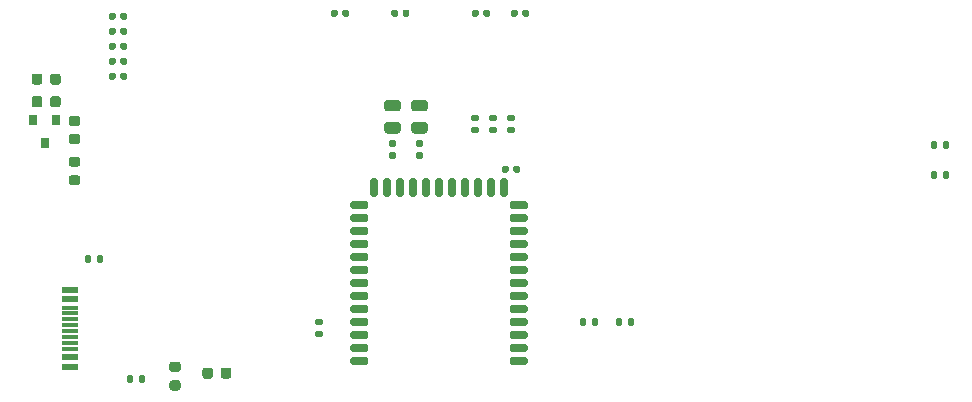
<source format=gtp>
G04 #@! TF.GenerationSoftware,KiCad,Pcbnew,(5.1.10)-1*
G04 #@! TF.CreationDate,2021-10-09T12:44:35+02:00*
G04 #@! TF.ProjectId,AirQualitySensor,41697251-7561-46c6-9974-7953656e736f,rev?*
G04 #@! TF.SameCoordinates,Original*
G04 #@! TF.FileFunction,Paste,Top*
G04 #@! TF.FilePolarity,Positive*
%FSLAX46Y46*%
G04 Gerber Fmt 4.6, Leading zero omitted, Abs format (unit mm)*
G04 Created by KiCad (PCBNEW (5.1.10)-1) date 2021-10-09 12:44:35*
%MOMM*%
%LPD*%
G01*
G04 APERTURE LIST*
%ADD10R,0.800000X0.900000*%
%ADD11R,1.450000X0.600000*%
%ADD12R,1.450000X0.300000*%
G04 APERTURE END LIST*
G36*
G01*
X142436000Y-100949000D02*
X142806000Y-100949000D01*
G75*
G02*
X142941000Y-101084000I0J-135000D01*
G01*
X142941000Y-101354000D01*
G75*
G02*
X142806000Y-101489000I-135000J0D01*
G01*
X142436000Y-101489000D01*
G75*
G02*
X142301000Y-101354000I0J135000D01*
G01*
X142301000Y-101084000D01*
G75*
G02*
X142436000Y-100949000I135000J0D01*
G01*
G37*
G36*
G01*
X142436000Y-99929000D02*
X142806000Y-99929000D01*
G75*
G02*
X142941000Y-100064000I0J-135000D01*
G01*
X142941000Y-100334000D01*
G75*
G02*
X142806000Y-100469000I-135000J0D01*
G01*
X142436000Y-100469000D01*
G75*
G02*
X142301000Y-100334000I0J135000D01*
G01*
X142301000Y-100064000D01*
G75*
G02*
X142436000Y-99929000I135000J0D01*
G01*
G37*
G36*
G01*
X140150000Y-100949000D02*
X140520000Y-100949000D01*
G75*
G02*
X140655000Y-101084000I0J-135000D01*
G01*
X140655000Y-101354000D01*
G75*
G02*
X140520000Y-101489000I-135000J0D01*
G01*
X140150000Y-101489000D01*
G75*
G02*
X140015000Y-101354000I0J135000D01*
G01*
X140015000Y-101084000D01*
G75*
G02*
X140150000Y-100949000I135000J0D01*
G01*
G37*
G36*
G01*
X140150000Y-99929000D02*
X140520000Y-99929000D01*
G75*
G02*
X140655000Y-100064000I0J-135000D01*
G01*
X140655000Y-100334000D01*
G75*
G02*
X140520000Y-100469000I-135000J0D01*
G01*
X140150000Y-100469000D01*
G75*
G02*
X140015000Y-100334000I0J135000D01*
G01*
X140015000Y-100064000D01*
G75*
G02*
X140150000Y-99929000I135000J0D01*
G01*
G37*
G36*
G01*
X142164750Y-98367000D02*
X143077250Y-98367000D01*
G75*
G02*
X143321000Y-98610750I0J-243750D01*
G01*
X143321000Y-99098250D01*
G75*
G02*
X143077250Y-99342000I-243750J0D01*
G01*
X142164750Y-99342000D01*
G75*
G02*
X141921000Y-99098250I0J243750D01*
G01*
X141921000Y-98610750D01*
G75*
G02*
X142164750Y-98367000I243750J0D01*
G01*
G37*
G36*
G01*
X142164750Y-96492000D02*
X143077250Y-96492000D01*
G75*
G02*
X143321000Y-96735750I0J-243750D01*
G01*
X143321000Y-97223250D01*
G75*
G02*
X143077250Y-97467000I-243750J0D01*
G01*
X142164750Y-97467000D01*
G75*
G02*
X141921000Y-97223250I0J243750D01*
G01*
X141921000Y-96735750D01*
G75*
G02*
X142164750Y-96492000I243750J0D01*
G01*
G37*
G36*
G01*
X139878750Y-98367000D02*
X140791250Y-98367000D01*
G75*
G02*
X141035000Y-98610750I0J-243750D01*
G01*
X141035000Y-99098250D01*
G75*
G02*
X140791250Y-99342000I-243750J0D01*
G01*
X139878750Y-99342000D01*
G75*
G02*
X139635000Y-99098250I0J243750D01*
G01*
X139635000Y-98610750D01*
G75*
G02*
X139878750Y-98367000I243750J0D01*
G01*
G37*
G36*
G01*
X139878750Y-96492000D02*
X140791250Y-96492000D01*
G75*
G02*
X141035000Y-96735750I0J-243750D01*
G01*
X141035000Y-97223250D01*
G75*
G02*
X140791250Y-97467000I-243750J0D01*
G01*
X139878750Y-97467000D01*
G75*
G02*
X139635000Y-97223250I0J243750D01*
G01*
X139635000Y-96735750D01*
G75*
G02*
X139878750Y-96492000I243750J0D01*
G01*
G37*
G36*
G01*
X157212000Y-115501000D02*
X157212000Y-115131000D01*
G75*
G02*
X157347000Y-114996000I135000J0D01*
G01*
X157617000Y-114996000D01*
G75*
G02*
X157752000Y-115131000I0J-135000D01*
G01*
X157752000Y-115501000D01*
G75*
G02*
X157617000Y-115636000I-135000J0D01*
G01*
X157347000Y-115636000D01*
G75*
G02*
X157212000Y-115501000I0J135000D01*
G01*
G37*
G36*
G01*
X156192000Y-115501000D02*
X156192000Y-115131000D01*
G75*
G02*
X156327000Y-114996000I135000J0D01*
G01*
X156597000Y-114996000D01*
G75*
G02*
X156732000Y-115131000I0J-135000D01*
G01*
X156732000Y-115501000D01*
G75*
G02*
X156597000Y-115636000I-135000J0D01*
G01*
X156327000Y-115636000D01*
G75*
G02*
X156192000Y-115501000I0J135000D01*
G01*
G37*
G36*
G01*
X160262000Y-115501000D02*
X160262000Y-115131000D01*
G75*
G02*
X160397000Y-114996000I135000J0D01*
G01*
X160667000Y-114996000D01*
G75*
G02*
X160802000Y-115131000I0J-135000D01*
G01*
X160802000Y-115501000D01*
G75*
G02*
X160667000Y-115636000I-135000J0D01*
G01*
X160397000Y-115636000D01*
G75*
G02*
X160262000Y-115501000I0J135000D01*
G01*
G37*
G36*
G01*
X159242000Y-115501000D02*
X159242000Y-115131000D01*
G75*
G02*
X159377000Y-114996000I135000J0D01*
G01*
X159647000Y-114996000D01*
G75*
G02*
X159782000Y-115131000I0J-135000D01*
G01*
X159782000Y-115501000D01*
G75*
G02*
X159647000Y-115636000I-135000J0D01*
G01*
X159377000Y-115636000D01*
G75*
G02*
X159242000Y-115501000I0J135000D01*
G01*
G37*
G36*
G01*
X147135000Y-98792000D02*
X147505000Y-98792000D01*
G75*
G02*
X147640000Y-98927000I0J-135000D01*
G01*
X147640000Y-99197000D01*
G75*
G02*
X147505000Y-99332000I-135000J0D01*
G01*
X147135000Y-99332000D01*
G75*
G02*
X147000000Y-99197000I0J135000D01*
G01*
X147000000Y-98927000D01*
G75*
G02*
X147135000Y-98792000I135000J0D01*
G01*
G37*
G36*
G01*
X147135000Y-97772000D02*
X147505000Y-97772000D01*
G75*
G02*
X147640000Y-97907000I0J-135000D01*
G01*
X147640000Y-98177000D01*
G75*
G02*
X147505000Y-98312000I-135000J0D01*
G01*
X147135000Y-98312000D01*
G75*
G02*
X147000000Y-98177000I0J135000D01*
G01*
X147000000Y-97907000D01*
G75*
G02*
X147135000Y-97772000I135000J0D01*
G01*
G37*
G36*
G01*
X148659000Y-98792000D02*
X149029000Y-98792000D01*
G75*
G02*
X149164000Y-98927000I0J-135000D01*
G01*
X149164000Y-99197000D01*
G75*
G02*
X149029000Y-99332000I-135000J0D01*
G01*
X148659000Y-99332000D01*
G75*
G02*
X148524000Y-99197000I0J135000D01*
G01*
X148524000Y-98927000D01*
G75*
G02*
X148659000Y-98792000I135000J0D01*
G01*
G37*
G36*
G01*
X148659000Y-97772000D02*
X149029000Y-97772000D01*
G75*
G02*
X149164000Y-97907000I0J-135000D01*
G01*
X149164000Y-98177000D01*
G75*
G02*
X149029000Y-98312000I-135000J0D01*
G01*
X148659000Y-98312000D01*
G75*
G02*
X148524000Y-98177000I0J135000D01*
G01*
X148524000Y-97907000D01*
G75*
G02*
X148659000Y-97772000I135000J0D01*
G01*
G37*
G36*
G01*
X150183000Y-98792000D02*
X150553000Y-98792000D01*
G75*
G02*
X150688000Y-98927000I0J-135000D01*
G01*
X150688000Y-99197000D01*
G75*
G02*
X150553000Y-99332000I-135000J0D01*
G01*
X150183000Y-99332000D01*
G75*
G02*
X150048000Y-99197000I0J135000D01*
G01*
X150048000Y-98927000D01*
G75*
G02*
X150183000Y-98792000I135000J0D01*
G01*
G37*
G36*
G01*
X150183000Y-97772000D02*
X150553000Y-97772000D01*
G75*
G02*
X150688000Y-97907000I0J-135000D01*
G01*
X150688000Y-98177000D01*
G75*
G02*
X150553000Y-98312000I-135000J0D01*
G01*
X150183000Y-98312000D01*
G75*
G02*
X150048000Y-98177000I0J135000D01*
G01*
X150048000Y-97907000D01*
G75*
G02*
X150183000Y-97772000I135000J0D01*
G01*
G37*
G36*
G01*
X150930000Y-88984000D02*
X150930000Y-89324000D01*
G75*
G02*
X150790000Y-89464000I-140000J0D01*
G01*
X150510000Y-89464000D01*
G75*
G02*
X150370000Y-89324000I0J140000D01*
G01*
X150370000Y-88984000D01*
G75*
G02*
X150510000Y-88844000I140000J0D01*
G01*
X150790000Y-88844000D01*
G75*
G02*
X150930000Y-88984000I0J-140000D01*
G01*
G37*
G36*
G01*
X151890000Y-88984000D02*
X151890000Y-89324000D01*
G75*
G02*
X151750000Y-89464000I-140000J0D01*
G01*
X151470000Y-89464000D01*
G75*
G02*
X151330000Y-89324000I0J140000D01*
G01*
X151330000Y-88984000D01*
G75*
G02*
X151470000Y-88844000I140000J0D01*
G01*
X151750000Y-88844000D01*
G75*
G02*
X151890000Y-88984000I0J-140000D01*
G01*
G37*
G36*
G01*
X116894000Y-89238000D02*
X116894000Y-89578000D01*
G75*
G02*
X116754000Y-89718000I-140000J0D01*
G01*
X116474000Y-89718000D01*
G75*
G02*
X116334000Y-89578000I0J140000D01*
G01*
X116334000Y-89238000D01*
G75*
G02*
X116474000Y-89098000I140000J0D01*
G01*
X116754000Y-89098000D01*
G75*
G02*
X116894000Y-89238000I0J-140000D01*
G01*
G37*
G36*
G01*
X117854000Y-89238000D02*
X117854000Y-89578000D01*
G75*
G02*
X117714000Y-89718000I-140000J0D01*
G01*
X117434000Y-89718000D01*
G75*
G02*
X117294000Y-89578000I0J140000D01*
G01*
X117294000Y-89238000D01*
G75*
G02*
X117434000Y-89098000I140000J0D01*
G01*
X117714000Y-89098000D01*
G75*
G02*
X117854000Y-89238000I0J-140000D01*
G01*
G37*
G36*
G01*
X147628000Y-88984000D02*
X147628000Y-89324000D01*
G75*
G02*
X147488000Y-89464000I-140000J0D01*
G01*
X147208000Y-89464000D01*
G75*
G02*
X147068000Y-89324000I0J140000D01*
G01*
X147068000Y-88984000D01*
G75*
G02*
X147208000Y-88844000I140000J0D01*
G01*
X147488000Y-88844000D01*
G75*
G02*
X147628000Y-88984000I0J-140000D01*
G01*
G37*
G36*
G01*
X148588000Y-88984000D02*
X148588000Y-89324000D01*
G75*
G02*
X148448000Y-89464000I-140000J0D01*
G01*
X148168000Y-89464000D01*
G75*
G02*
X148028000Y-89324000I0J140000D01*
G01*
X148028000Y-88984000D01*
G75*
G02*
X148168000Y-88844000I140000J0D01*
G01*
X148448000Y-88844000D01*
G75*
G02*
X148588000Y-88984000I0J-140000D01*
G01*
G37*
G36*
G01*
X116894000Y-90508000D02*
X116894000Y-90848000D01*
G75*
G02*
X116754000Y-90988000I-140000J0D01*
G01*
X116474000Y-90988000D01*
G75*
G02*
X116334000Y-90848000I0J140000D01*
G01*
X116334000Y-90508000D01*
G75*
G02*
X116474000Y-90368000I140000J0D01*
G01*
X116754000Y-90368000D01*
G75*
G02*
X116894000Y-90508000I0J-140000D01*
G01*
G37*
G36*
G01*
X117854000Y-90508000D02*
X117854000Y-90848000D01*
G75*
G02*
X117714000Y-90988000I-140000J0D01*
G01*
X117434000Y-90988000D01*
G75*
G02*
X117294000Y-90848000I0J140000D01*
G01*
X117294000Y-90508000D01*
G75*
G02*
X117434000Y-90368000I140000J0D01*
G01*
X117714000Y-90368000D01*
G75*
G02*
X117854000Y-90508000I0J-140000D01*
G01*
G37*
G36*
G01*
X116894000Y-91778000D02*
X116894000Y-92118000D01*
G75*
G02*
X116754000Y-92258000I-140000J0D01*
G01*
X116474000Y-92258000D01*
G75*
G02*
X116334000Y-92118000I0J140000D01*
G01*
X116334000Y-91778000D01*
G75*
G02*
X116474000Y-91638000I140000J0D01*
G01*
X116754000Y-91638000D01*
G75*
G02*
X116894000Y-91778000I0J-140000D01*
G01*
G37*
G36*
G01*
X117854000Y-91778000D02*
X117854000Y-92118000D01*
G75*
G02*
X117714000Y-92258000I-140000J0D01*
G01*
X117434000Y-92258000D01*
G75*
G02*
X117294000Y-92118000I0J140000D01*
G01*
X117294000Y-91778000D01*
G75*
G02*
X117434000Y-91638000I140000J0D01*
G01*
X117714000Y-91638000D01*
G75*
G02*
X117854000Y-91778000I0J-140000D01*
G01*
G37*
G36*
G01*
X140798000Y-88984000D02*
X140798000Y-89324000D01*
G75*
G02*
X140658000Y-89464000I-140000J0D01*
G01*
X140378000Y-89464000D01*
G75*
G02*
X140238000Y-89324000I0J140000D01*
G01*
X140238000Y-88984000D01*
G75*
G02*
X140378000Y-88844000I140000J0D01*
G01*
X140658000Y-88844000D01*
G75*
G02*
X140798000Y-88984000I0J-140000D01*
G01*
G37*
G36*
G01*
X141758000Y-88984000D02*
X141758000Y-89324000D01*
G75*
G02*
X141618000Y-89464000I-140000J0D01*
G01*
X141338000Y-89464000D01*
G75*
G02*
X141198000Y-89324000I0J140000D01*
G01*
X141198000Y-88984000D01*
G75*
G02*
X141338000Y-88844000I140000J0D01*
G01*
X141618000Y-88844000D01*
G75*
G02*
X141758000Y-88984000I0J-140000D01*
G01*
G37*
G36*
G01*
X116894000Y-93048000D02*
X116894000Y-93388000D01*
G75*
G02*
X116754000Y-93528000I-140000J0D01*
G01*
X116474000Y-93528000D01*
G75*
G02*
X116334000Y-93388000I0J140000D01*
G01*
X116334000Y-93048000D01*
G75*
G02*
X116474000Y-92908000I140000J0D01*
G01*
X116754000Y-92908000D01*
G75*
G02*
X116894000Y-93048000I0J-140000D01*
G01*
G37*
G36*
G01*
X117854000Y-93048000D02*
X117854000Y-93388000D01*
G75*
G02*
X117714000Y-93528000I-140000J0D01*
G01*
X117434000Y-93528000D01*
G75*
G02*
X117294000Y-93388000I0J140000D01*
G01*
X117294000Y-93048000D01*
G75*
G02*
X117434000Y-92908000I140000J0D01*
G01*
X117714000Y-92908000D01*
G75*
G02*
X117854000Y-93048000I0J-140000D01*
G01*
G37*
G36*
G01*
X136650000Y-88984000D02*
X136650000Y-89324000D01*
G75*
G02*
X136510000Y-89464000I-140000J0D01*
G01*
X136230000Y-89464000D01*
G75*
G02*
X136090000Y-89324000I0J140000D01*
G01*
X136090000Y-88984000D01*
G75*
G02*
X136230000Y-88844000I140000J0D01*
G01*
X136510000Y-88844000D01*
G75*
G02*
X136650000Y-88984000I0J-140000D01*
G01*
G37*
G36*
G01*
X135690000Y-88984000D02*
X135690000Y-89324000D01*
G75*
G02*
X135550000Y-89464000I-140000J0D01*
G01*
X135270000Y-89464000D01*
G75*
G02*
X135130000Y-89324000I0J140000D01*
G01*
X135130000Y-88984000D01*
G75*
G02*
X135270000Y-88844000I140000J0D01*
G01*
X135550000Y-88844000D01*
G75*
G02*
X135690000Y-88984000I0J-140000D01*
G01*
G37*
G36*
G01*
X116894000Y-94318000D02*
X116894000Y-94658000D01*
G75*
G02*
X116754000Y-94798000I-140000J0D01*
G01*
X116474000Y-94798000D01*
G75*
G02*
X116334000Y-94658000I0J140000D01*
G01*
X116334000Y-94318000D01*
G75*
G02*
X116474000Y-94178000I140000J0D01*
G01*
X116754000Y-94178000D01*
G75*
G02*
X116894000Y-94318000I0J-140000D01*
G01*
G37*
G36*
G01*
X117854000Y-94318000D02*
X117854000Y-94658000D01*
G75*
G02*
X117714000Y-94798000I-140000J0D01*
G01*
X117434000Y-94798000D01*
G75*
G02*
X117294000Y-94658000I0J140000D01*
G01*
X117294000Y-94318000D01*
G75*
G02*
X117434000Y-94178000I140000J0D01*
G01*
X117714000Y-94178000D01*
G75*
G02*
X117854000Y-94318000I0J-140000D01*
G01*
G37*
G36*
G01*
X134297000Y-115584000D02*
X133927000Y-115584000D01*
G75*
G02*
X133792000Y-115449000I0J135000D01*
G01*
X133792000Y-115179000D01*
G75*
G02*
X133927000Y-115044000I135000J0D01*
G01*
X134297000Y-115044000D01*
G75*
G02*
X134432000Y-115179000I0J-135000D01*
G01*
X134432000Y-115449000D01*
G75*
G02*
X134297000Y-115584000I-135000J0D01*
G01*
G37*
G36*
G01*
X134297000Y-116604000D02*
X133927000Y-116604000D01*
G75*
G02*
X133792000Y-116469000I0J135000D01*
G01*
X133792000Y-116199000D01*
G75*
G02*
X133927000Y-116064000I135000J0D01*
G01*
X134297000Y-116064000D01*
G75*
G02*
X134432000Y-116199000I0J-135000D01*
G01*
X134432000Y-116469000D01*
G75*
G02*
X134297000Y-116604000I-135000J0D01*
G01*
G37*
G36*
G01*
X186450000Y-100145000D02*
X186450000Y-100515000D01*
G75*
G02*
X186315000Y-100650000I-135000J0D01*
G01*
X186045000Y-100650000D01*
G75*
G02*
X185910000Y-100515000I0J135000D01*
G01*
X185910000Y-100145000D01*
G75*
G02*
X186045000Y-100010000I135000J0D01*
G01*
X186315000Y-100010000D01*
G75*
G02*
X186450000Y-100145000I0J-135000D01*
G01*
G37*
G36*
G01*
X187470000Y-100145000D02*
X187470000Y-100515000D01*
G75*
G02*
X187335000Y-100650000I-135000J0D01*
G01*
X187065000Y-100650000D01*
G75*
G02*
X186930000Y-100515000I0J135000D01*
G01*
X186930000Y-100145000D01*
G75*
G02*
X187065000Y-100010000I135000J0D01*
G01*
X187335000Y-100010000D01*
G75*
G02*
X187470000Y-100145000I0J-135000D01*
G01*
G37*
G36*
G01*
X186450000Y-102685000D02*
X186450000Y-103055000D01*
G75*
G02*
X186315000Y-103190000I-135000J0D01*
G01*
X186045000Y-103190000D01*
G75*
G02*
X185910000Y-103055000I0J135000D01*
G01*
X185910000Y-102685000D01*
G75*
G02*
X186045000Y-102550000I135000J0D01*
G01*
X186315000Y-102550000D01*
G75*
G02*
X186450000Y-102685000I0J-135000D01*
G01*
G37*
G36*
G01*
X187470000Y-102685000D02*
X187470000Y-103055000D01*
G75*
G02*
X187335000Y-103190000I-135000J0D01*
G01*
X187065000Y-103190000D01*
G75*
G02*
X186930000Y-103055000I0J135000D01*
G01*
X186930000Y-102685000D01*
G75*
G02*
X187065000Y-102550000I135000J0D01*
G01*
X187335000Y-102550000D01*
G75*
G02*
X187470000Y-102685000I0J-135000D01*
G01*
G37*
G36*
G01*
X150168000Y-102192000D02*
X150168000Y-102532000D01*
G75*
G02*
X150028000Y-102672000I-140000J0D01*
G01*
X149748000Y-102672000D01*
G75*
G02*
X149608000Y-102532000I0J140000D01*
G01*
X149608000Y-102192000D01*
G75*
G02*
X149748000Y-102052000I140000J0D01*
G01*
X150028000Y-102052000D01*
G75*
G02*
X150168000Y-102192000I0J-140000D01*
G01*
G37*
G36*
G01*
X151128000Y-102192000D02*
X151128000Y-102532000D01*
G75*
G02*
X150988000Y-102672000I-140000J0D01*
G01*
X150708000Y-102672000D01*
G75*
G02*
X150568000Y-102532000I0J140000D01*
G01*
X150568000Y-102192000D01*
G75*
G02*
X150708000Y-102052000I140000J0D01*
G01*
X150988000Y-102052000D01*
G75*
G02*
X151128000Y-102192000I0J-140000D01*
G01*
G37*
D10*
X110871000Y-100187000D03*
X109921000Y-98187000D03*
X111821000Y-98187000D03*
G36*
G01*
X118858000Y-120327000D02*
X118858000Y-119957000D01*
G75*
G02*
X118993000Y-119822000I135000J0D01*
G01*
X119263000Y-119822000D01*
G75*
G02*
X119398000Y-119957000I0J-135000D01*
G01*
X119398000Y-120327000D01*
G75*
G02*
X119263000Y-120462000I-135000J0D01*
G01*
X118993000Y-120462000D01*
G75*
G02*
X118858000Y-120327000I0J135000D01*
G01*
G37*
G36*
G01*
X117838000Y-120327000D02*
X117838000Y-119957000D01*
G75*
G02*
X117973000Y-119822000I135000J0D01*
G01*
X118243000Y-119822000D01*
G75*
G02*
X118378000Y-119957000I0J-135000D01*
G01*
X118378000Y-120327000D01*
G75*
G02*
X118243000Y-120462000I-135000J0D01*
G01*
X117973000Y-120462000D01*
G75*
G02*
X117838000Y-120327000I0J135000D01*
G01*
G37*
G36*
G01*
X115302000Y-110167000D02*
X115302000Y-109797000D01*
G75*
G02*
X115437000Y-109662000I135000J0D01*
G01*
X115707000Y-109662000D01*
G75*
G02*
X115842000Y-109797000I0J-135000D01*
G01*
X115842000Y-110167000D01*
G75*
G02*
X115707000Y-110302000I-135000J0D01*
G01*
X115437000Y-110302000D01*
G75*
G02*
X115302000Y-110167000I0J135000D01*
G01*
G37*
G36*
G01*
X114282000Y-110167000D02*
X114282000Y-109797000D01*
G75*
G02*
X114417000Y-109662000I135000J0D01*
G01*
X114687000Y-109662000D01*
G75*
G02*
X114822000Y-109797000I0J-135000D01*
G01*
X114822000Y-110167000D01*
G75*
G02*
X114687000Y-110302000I-135000J0D01*
G01*
X114417000Y-110302000D01*
G75*
G02*
X114282000Y-110167000I0J135000D01*
G01*
G37*
D11*
X113011000Y-119074000D03*
X113011000Y-118274000D03*
X113011000Y-113374000D03*
X113011000Y-112574000D03*
X113011000Y-112574000D03*
X113011000Y-113374000D03*
X113011000Y-118274000D03*
X113011000Y-119074000D03*
D12*
X113011000Y-114074000D03*
X113011000Y-114574000D03*
X113011000Y-115074000D03*
X113011000Y-116074000D03*
X113011000Y-116574000D03*
X113011000Y-117074000D03*
X113011000Y-117574000D03*
X113011000Y-115574000D03*
G36*
G01*
X113154750Y-102864500D02*
X113667250Y-102864500D01*
G75*
G02*
X113886000Y-103083250I0J-218750D01*
G01*
X113886000Y-103520750D01*
G75*
G02*
X113667250Y-103739500I-218750J0D01*
G01*
X113154750Y-103739500D01*
G75*
G02*
X112936000Y-103520750I0J218750D01*
G01*
X112936000Y-103083250D01*
G75*
G02*
X113154750Y-102864500I218750J0D01*
G01*
G37*
G36*
G01*
X113154750Y-101289500D02*
X113667250Y-101289500D01*
G75*
G02*
X113886000Y-101508250I0J-218750D01*
G01*
X113886000Y-101945750D01*
G75*
G02*
X113667250Y-102164500I-218750J0D01*
G01*
X113154750Y-102164500D01*
G75*
G02*
X112936000Y-101945750I0J218750D01*
G01*
X112936000Y-101508250D01*
G75*
G02*
X113154750Y-101289500I218750J0D01*
G01*
G37*
G36*
G01*
X121663750Y-120238000D02*
X122176250Y-120238000D01*
G75*
G02*
X122395000Y-120456750I0J-218750D01*
G01*
X122395000Y-120894250D01*
G75*
G02*
X122176250Y-121113000I-218750J0D01*
G01*
X121663750Y-121113000D01*
G75*
G02*
X121445000Y-120894250I0J218750D01*
G01*
X121445000Y-120456750D01*
G75*
G02*
X121663750Y-120238000I218750J0D01*
G01*
G37*
G36*
G01*
X121663750Y-118663000D02*
X122176250Y-118663000D01*
G75*
G02*
X122395000Y-118881750I0J-218750D01*
G01*
X122395000Y-119319250D01*
G75*
G02*
X122176250Y-119538000I-218750J0D01*
G01*
X121663750Y-119538000D01*
G75*
G02*
X121445000Y-119319250I0J218750D01*
G01*
X121445000Y-118881750D01*
G75*
G02*
X121663750Y-118663000I218750J0D01*
G01*
G37*
G36*
G01*
X110686000Y-94492000D02*
X110686000Y-94992000D01*
G75*
G02*
X110461000Y-95217000I-225000J0D01*
G01*
X110011000Y-95217000D01*
G75*
G02*
X109786000Y-94992000I0J225000D01*
G01*
X109786000Y-94492000D01*
G75*
G02*
X110011000Y-94267000I225000J0D01*
G01*
X110461000Y-94267000D01*
G75*
G02*
X110686000Y-94492000I0J-225000D01*
G01*
G37*
G36*
G01*
X112236000Y-94492000D02*
X112236000Y-94992000D01*
G75*
G02*
X112011000Y-95217000I-225000J0D01*
G01*
X111561000Y-95217000D01*
G75*
G02*
X111336000Y-94992000I0J225000D01*
G01*
X111336000Y-94492000D01*
G75*
G02*
X111561000Y-94267000I225000J0D01*
G01*
X112011000Y-94267000D01*
G75*
G02*
X112236000Y-94492000I0J-225000D01*
G01*
G37*
G36*
G01*
X125788000Y-119884000D02*
X125788000Y-119384000D01*
G75*
G02*
X126013000Y-119159000I225000J0D01*
G01*
X126463000Y-119159000D01*
G75*
G02*
X126688000Y-119384000I0J-225000D01*
G01*
X126688000Y-119884000D01*
G75*
G02*
X126463000Y-120109000I-225000J0D01*
G01*
X126013000Y-120109000D01*
G75*
G02*
X125788000Y-119884000I0J225000D01*
G01*
G37*
G36*
G01*
X124238000Y-119884000D02*
X124238000Y-119384000D01*
G75*
G02*
X124463000Y-119159000I225000J0D01*
G01*
X124913000Y-119159000D01*
G75*
G02*
X125138000Y-119384000I0J-225000D01*
G01*
X125138000Y-119884000D01*
G75*
G02*
X124913000Y-120109000I-225000J0D01*
G01*
X124463000Y-120109000D01*
G75*
G02*
X124238000Y-119884000I0J225000D01*
G01*
G37*
G36*
G01*
X110686000Y-96397000D02*
X110686000Y-96897000D01*
G75*
G02*
X110461000Y-97122000I-225000J0D01*
G01*
X110011000Y-97122000D01*
G75*
G02*
X109786000Y-96897000I0J225000D01*
G01*
X109786000Y-96397000D01*
G75*
G02*
X110011000Y-96172000I225000J0D01*
G01*
X110461000Y-96172000D01*
G75*
G02*
X110686000Y-96397000I0J-225000D01*
G01*
G37*
G36*
G01*
X112236000Y-96397000D02*
X112236000Y-96897000D01*
G75*
G02*
X112011000Y-97122000I-225000J0D01*
G01*
X111561000Y-97122000D01*
G75*
G02*
X111336000Y-96897000I0J225000D01*
G01*
X111336000Y-96397000D01*
G75*
G02*
X111561000Y-96172000I225000J0D01*
G01*
X112011000Y-96172000D01*
G75*
G02*
X112236000Y-96397000I0J-225000D01*
G01*
G37*
G36*
G01*
X113161000Y-99372000D02*
X113661000Y-99372000D01*
G75*
G02*
X113886000Y-99597000I0J-225000D01*
G01*
X113886000Y-100047000D01*
G75*
G02*
X113661000Y-100272000I-225000J0D01*
G01*
X113161000Y-100272000D01*
G75*
G02*
X112936000Y-100047000I0J225000D01*
G01*
X112936000Y-99597000D01*
G75*
G02*
X113161000Y-99372000I225000J0D01*
G01*
G37*
G36*
G01*
X113161000Y-97822000D02*
X113661000Y-97822000D01*
G75*
G02*
X113886000Y-98047000I0J-225000D01*
G01*
X113886000Y-98497000D01*
G75*
G02*
X113661000Y-98722000I-225000J0D01*
G01*
X113161000Y-98722000D01*
G75*
G02*
X112936000Y-98497000I0J225000D01*
G01*
X112936000Y-98047000D01*
G75*
G02*
X113161000Y-97822000I225000J0D01*
G01*
G37*
G36*
G01*
X138604500Y-103149000D02*
X138939500Y-103149000D01*
G75*
G02*
X139107000Y-103316500I0J-167500D01*
G01*
X139107000Y-104511500D01*
G75*
G02*
X138939500Y-104679000I-167500J0D01*
G01*
X138604500Y-104679000D01*
G75*
G02*
X138437000Y-104511500I0J167500D01*
G01*
X138437000Y-103316500D01*
G75*
G02*
X138604500Y-103149000I167500J0D01*
G01*
G37*
G36*
G01*
X139704500Y-103149000D02*
X140039500Y-103149000D01*
G75*
G02*
X140207000Y-103316500I0J-167500D01*
G01*
X140207000Y-104511500D01*
G75*
G02*
X140039500Y-104679000I-167500J0D01*
G01*
X139704500Y-104679000D01*
G75*
G02*
X139537000Y-104511500I0J167500D01*
G01*
X139537000Y-103316500D01*
G75*
G02*
X139704500Y-103149000I167500J0D01*
G01*
G37*
G36*
G01*
X140804500Y-103149000D02*
X141139500Y-103149000D01*
G75*
G02*
X141307000Y-103316500I0J-167500D01*
G01*
X141307000Y-104511500D01*
G75*
G02*
X141139500Y-104679000I-167500J0D01*
G01*
X140804500Y-104679000D01*
G75*
G02*
X140637000Y-104511500I0J167500D01*
G01*
X140637000Y-103316500D01*
G75*
G02*
X140804500Y-103149000I167500J0D01*
G01*
G37*
G36*
G01*
X141904500Y-103149000D02*
X142239500Y-103149000D01*
G75*
G02*
X142407000Y-103316500I0J-167500D01*
G01*
X142407000Y-104511500D01*
G75*
G02*
X142239500Y-104679000I-167500J0D01*
G01*
X141904500Y-104679000D01*
G75*
G02*
X141737000Y-104511500I0J167500D01*
G01*
X141737000Y-103316500D01*
G75*
G02*
X141904500Y-103149000I167500J0D01*
G01*
G37*
G36*
G01*
X143004500Y-103149000D02*
X143339500Y-103149000D01*
G75*
G02*
X143507000Y-103316500I0J-167500D01*
G01*
X143507000Y-104511500D01*
G75*
G02*
X143339500Y-104679000I-167500J0D01*
G01*
X143004500Y-104679000D01*
G75*
G02*
X142837000Y-104511500I0J167500D01*
G01*
X142837000Y-103316500D01*
G75*
G02*
X143004500Y-103149000I167500J0D01*
G01*
G37*
G36*
G01*
X149604500Y-103149000D02*
X149939500Y-103149000D01*
G75*
G02*
X150107000Y-103316500I0J-167500D01*
G01*
X150107000Y-104511500D01*
G75*
G02*
X149939500Y-104679000I-167500J0D01*
G01*
X149604500Y-104679000D01*
G75*
G02*
X149437000Y-104511500I0J167500D01*
G01*
X149437000Y-103316500D01*
G75*
G02*
X149604500Y-103149000I167500J0D01*
G01*
G37*
G36*
G01*
X148504500Y-103149000D02*
X148839500Y-103149000D01*
G75*
G02*
X149007000Y-103316500I0J-167500D01*
G01*
X149007000Y-104511500D01*
G75*
G02*
X148839500Y-104679000I-167500J0D01*
G01*
X148504500Y-104679000D01*
G75*
G02*
X148337000Y-104511500I0J167500D01*
G01*
X148337000Y-103316500D01*
G75*
G02*
X148504500Y-103149000I167500J0D01*
G01*
G37*
G36*
G01*
X147404500Y-103149000D02*
X147739500Y-103149000D01*
G75*
G02*
X147907000Y-103316500I0J-167500D01*
G01*
X147907000Y-104511500D01*
G75*
G02*
X147739500Y-104679000I-167500J0D01*
G01*
X147404500Y-104679000D01*
G75*
G02*
X147237000Y-104511500I0J167500D01*
G01*
X147237000Y-103316500D01*
G75*
G02*
X147404500Y-103149000I167500J0D01*
G01*
G37*
G36*
G01*
X146304500Y-103149000D02*
X146639500Y-103149000D01*
G75*
G02*
X146807000Y-103316500I0J-167500D01*
G01*
X146807000Y-104511500D01*
G75*
G02*
X146639500Y-104679000I-167500J0D01*
G01*
X146304500Y-104679000D01*
G75*
G02*
X146137000Y-104511500I0J167500D01*
G01*
X146137000Y-103316500D01*
G75*
G02*
X146304500Y-103149000I167500J0D01*
G01*
G37*
G36*
G01*
X145204500Y-103149000D02*
X145539500Y-103149000D01*
G75*
G02*
X145707000Y-103316500I0J-167500D01*
G01*
X145707000Y-104511500D01*
G75*
G02*
X145539500Y-104679000I-167500J0D01*
G01*
X145204500Y-104679000D01*
G75*
G02*
X145037000Y-104511500I0J167500D01*
G01*
X145037000Y-103316500D01*
G75*
G02*
X145204500Y-103149000I167500J0D01*
G01*
G37*
G36*
G01*
X138287000Y-105246500D02*
X138287000Y-105581500D01*
G75*
G02*
X138119500Y-105749000I-167500J0D01*
G01*
X136924500Y-105749000D01*
G75*
G02*
X136757000Y-105581500I0J167500D01*
G01*
X136757000Y-105246500D01*
G75*
G02*
X136924500Y-105079000I167500J0D01*
G01*
X138119500Y-105079000D01*
G75*
G02*
X138287000Y-105246500I0J-167500D01*
G01*
G37*
G36*
G01*
X144104500Y-103149000D02*
X144439500Y-103149000D01*
G75*
G02*
X144607000Y-103316500I0J-167500D01*
G01*
X144607000Y-104511500D01*
G75*
G02*
X144439500Y-104679000I-167500J0D01*
G01*
X144104500Y-104679000D01*
G75*
G02*
X143937000Y-104511500I0J167500D01*
G01*
X143937000Y-103316500D01*
G75*
G02*
X144104500Y-103149000I167500J0D01*
G01*
G37*
G36*
G01*
X138287000Y-106346500D02*
X138287000Y-106681500D01*
G75*
G02*
X138119500Y-106849000I-167500J0D01*
G01*
X136924500Y-106849000D01*
G75*
G02*
X136757000Y-106681500I0J167500D01*
G01*
X136757000Y-106346500D01*
G75*
G02*
X136924500Y-106179000I167500J0D01*
G01*
X138119500Y-106179000D01*
G75*
G02*
X138287000Y-106346500I0J-167500D01*
G01*
G37*
G36*
G01*
X138287000Y-107446500D02*
X138287000Y-107781500D01*
G75*
G02*
X138119500Y-107949000I-167500J0D01*
G01*
X136924500Y-107949000D01*
G75*
G02*
X136757000Y-107781500I0J167500D01*
G01*
X136757000Y-107446500D01*
G75*
G02*
X136924500Y-107279000I167500J0D01*
G01*
X138119500Y-107279000D01*
G75*
G02*
X138287000Y-107446500I0J-167500D01*
G01*
G37*
G36*
G01*
X138287000Y-108546500D02*
X138287000Y-108881500D01*
G75*
G02*
X138119500Y-109049000I-167500J0D01*
G01*
X136924500Y-109049000D01*
G75*
G02*
X136757000Y-108881500I0J167500D01*
G01*
X136757000Y-108546500D01*
G75*
G02*
X136924500Y-108379000I167500J0D01*
G01*
X138119500Y-108379000D01*
G75*
G02*
X138287000Y-108546500I0J-167500D01*
G01*
G37*
G36*
G01*
X138287000Y-109646500D02*
X138287000Y-109981500D01*
G75*
G02*
X138119500Y-110149000I-167500J0D01*
G01*
X136924500Y-110149000D01*
G75*
G02*
X136757000Y-109981500I0J167500D01*
G01*
X136757000Y-109646500D01*
G75*
G02*
X136924500Y-109479000I167500J0D01*
G01*
X138119500Y-109479000D01*
G75*
G02*
X138287000Y-109646500I0J-167500D01*
G01*
G37*
G36*
G01*
X138287000Y-110746500D02*
X138287000Y-111081500D01*
G75*
G02*
X138119500Y-111249000I-167500J0D01*
G01*
X136924500Y-111249000D01*
G75*
G02*
X136757000Y-111081500I0J167500D01*
G01*
X136757000Y-110746500D01*
G75*
G02*
X136924500Y-110579000I167500J0D01*
G01*
X138119500Y-110579000D01*
G75*
G02*
X138287000Y-110746500I0J-167500D01*
G01*
G37*
G36*
G01*
X138287000Y-118446500D02*
X138287000Y-118781500D01*
G75*
G02*
X138119500Y-118949000I-167500J0D01*
G01*
X136924500Y-118949000D01*
G75*
G02*
X136757000Y-118781500I0J167500D01*
G01*
X136757000Y-118446500D01*
G75*
G02*
X136924500Y-118279000I167500J0D01*
G01*
X138119500Y-118279000D01*
G75*
G02*
X138287000Y-118446500I0J-167500D01*
G01*
G37*
G36*
G01*
X138287000Y-117346500D02*
X138287000Y-117681500D01*
G75*
G02*
X138119500Y-117849000I-167500J0D01*
G01*
X136924500Y-117849000D01*
G75*
G02*
X136757000Y-117681500I0J167500D01*
G01*
X136757000Y-117346500D01*
G75*
G02*
X136924500Y-117179000I167500J0D01*
G01*
X138119500Y-117179000D01*
G75*
G02*
X138287000Y-117346500I0J-167500D01*
G01*
G37*
G36*
G01*
X138287000Y-116246500D02*
X138287000Y-116581500D01*
G75*
G02*
X138119500Y-116749000I-167500J0D01*
G01*
X136924500Y-116749000D01*
G75*
G02*
X136757000Y-116581500I0J167500D01*
G01*
X136757000Y-116246500D01*
G75*
G02*
X136924500Y-116079000I167500J0D01*
G01*
X138119500Y-116079000D01*
G75*
G02*
X138287000Y-116246500I0J-167500D01*
G01*
G37*
G36*
G01*
X138287000Y-115146500D02*
X138287000Y-115481500D01*
G75*
G02*
X138119500Y-115649000I-167500J0D01*
G01*
X136924500Y-115649000D01*
G75*
G02*
X136757000Y-115481500I0J167500D01*
G01*
X136757000Y-115146500D01*
G75*
G02*
X136924500Y-114979000I167500J0D01*
G01*
X138119500Y-114979000D01*
G75*
G02*
X138287000Y-115146500I0J-167500D01*
G01*
G37*
G36*
G01*
X138287000Y-114046500D02*
X138287000Y-114381500D01*
G75*
G02*
X138119500Y-114549000I-167500J0D01*
G01*
X136924500Y-114549000D01*
G75*
G02*
X136757000Y-114381500I0J167500D01*
G01*
X136757000Y-114046500D01*
G75*
G02*
X136924500Y-113879000I167500J0D01*
G01*
X138119500Y-113879000D01*
G75*
G02*
X138287000Y-114046500I0J-167500D01*
G01*
G37*
G36*
G01*
X138287000Y-112946500D02*
X138287000Y-113281500D01*
G75*
G02*
X138119500Y-113449000I-167500J0D01*
G01*
X136924500Y-113449000D01*
G75*
G02*
X136757000Y-113281500I0J167500D01*
G01*
X136757000Y-112946500D01*
G75*
G02*
X136924500Y-112779000I167500J0D01*
G01*
X138119500Y-112779000D01*
G75*
G02*
X138287000Y-112946500I0J-167500D01*
G01*
G37*
G36*
G01*
X151787000Y-118446500D02*
X151787000Y-118781500D01*
G75*
G02*
X151619500Y-118949000I-167500J0D01*
G01*
X150424500Y-118949000D01*
G75*
G02*
X150257000Y-118781500I0J167500D01*
G01*
X150257000Y-118446500D01*
G75*
G02*
X150424500Y-118279000I167500J0D01*
G01*
X151619500Y-118279000D01*
G75*
G02*
X151787000Y-118446500I0J-167500D01*
G01*
G37*
G36*
G01*
X151787000Y-117346500D02*
X151787000Y-117681500D01*
G75*
G02*
X151619500Y-117849000I-167500J0D01*
G01*
X150424500Y-117849000D01*
G75*
G02*
X150257000Y-117681500I0J167500D01*
G01*
X150257000Y-117346500D01*
G75*
G02*
X150424500Y-117179000I167500J0D01*
G01*
X151619500Y-117179000D01*
G75*
G02*
X151787000Y-117346500I0J-167500D01*
G01*
G37*
G36*
G01*
X151787000Y-116246500D02*
X151787000Y-116581500D01*
G75*
G02*
X151619500Y-116749000I-167500J0D01*
G01*
X150424500Y-116749000D01*
G75*
G02*
X150257000Y-116581500I0J167500D01*
G01*
X150257000Y-116246500D01*
G75*
G02*
X150424500Y-116079000I167500J0D01*
G01*
X151619500Y-116079000D01*
G75*
G02*
X151787000Y-116246500I0J-167500D01*
G01*
G37*
G36*
G01*
X151787000Y-115146500D02*
X151787000Y-115481500D01*
G75*
G02*
X151619500Y-115649000I-167500J0D01*
G01*
X150424500Y-115649000D01*
G75*
G02*
X150257000Y-115481500I0J167500D01*
G01*
X150257000Y-115146500D01*
G75*
G02*
X150424500Y-114979000I167500J0D01*
G01*
X151619500Y-114979000D01*
G75*
G02*
X151787000Y-115146500I0J-167500D01*
G01*
G37*
G36*
G01*
X151787000Y-114046500D02*
X151787000Y-114381500D01*
G75*
G02*
X151619500Y-114549000I-167500J0D01*
G01*
X150424500Y-114549000D01*
G75*
G02*
X150257000Y-114381500I0J167500D01*
G01*
X150257000Y-114046500D01*
G75*
G02*
X150424500Y-113879000I167500J0D01*
G01*
X151619500Y-113879000D01*
G75*
G02*
X151787000Y-114046500I0J-167500D01*
G01*
G37*
G36*
G01*
X151787000Y-112946500D02*
X151787000Y-113281500D01*
G75*
G02*
X151619500Y-113449000I-167500J0D01*
G01*
X150424500Y-113449000D01*
G75*
G02*
X150257000Y-113281500I0J167500D01*
G01*
X150257000Y-112946500D01*
G75*
G02*
X150424500Y-112779000I167500J0D01*
G01*
X151619500Y-112779000D01*
G75*
G02*
X151787000Y-112946500I0J-167500D01*
G01*
G37*
G36*
G01*
X151787000Y-105246500D02*
X151787000Y-105581500D01*
G75*
G02*
X151619500Y-105749000I-167500J0D01*
G01*
X150424500Y-105749000D01*
G75*
G02*
X150257000Y-105581500I0J167500D01*
G01*
X150257000Y-105246500D01*
G75*
G02*
X150424500Y-105079000I167500J0D01*
G01*
X151619500Y-105079000D01*
G75*
G02*
X151787000Y-105246500I0J-167500D01*
G01*
G37*
G36*
G01*
X151787000Y-106346500D02*
X151787000Y-106681500D01*
G75*
G02*
X151619500Y-106849000I-167500J0D01*
G01*
X150424500Y-106849000D01*
G75*
G02*
X150257000Y-106681500I0J167500D01*
G01*
X150257000Y-106346500D01*
G75*
G02*
X150424500Y-106179000I167500J0D01*
G01*
X151619500Y-106179000D01*
G75*
G02*
X151787000Y-106346500I0J-167500D01*
G01*
G37*
G36*
G01*
X151787000Y-107446500D02*
X151787000Y-107781500D01*
G75*
G02*
X151619500Y-107949000I-167500J0D01*
G01*
X150424500Y-107949000D01*
G75*
G02*
X150257000Y-107781500I0J167500D01*
G01*
X150257000Y-107446500D01*
G75*
G02*
X150424500Y-107279000I167500J0D01*
G01*
X151619500Y-107279000D01*
G75*
G02*
X151787000Y-107446500I0J-167500D01*
G01*
G37*
G36*
G01*
X151787000Y-108546500D02*
X151787000Y-108881500D01*
G75*
G02*
X151619500Y-109049000I-167500J0D01*
G01*
X150424500Y-109049000D01*
G75*
G02*
X150257000Y-108881500I0J167500D01*
G01*
X150257000Y-108546500D01*
G75*
G02*
X150424500Y-108379000I167500J0D01*
G01*
X151619500Y-108379000D01*
G75*
G02*
X151787000Y-108546500I0J-167500D01*
G01*
G37*
G36*
G01*
X151787000Y-109646500D02*
X151787000Y-109981500D01*
G75*
G02*
X151619500Y-110149000I-167500J0D01*
G01*
X150424500Y-110149000D01*
G75*
G02*
X150257000Y-109981500I0J167500D01*
G01*
X150257000Y-109646500D01*
G75*
G02*
X150424500Y-109479000I167500J0D01*
G01*
X151619500Y-109479000D01*
G75*
G02*
X151787000Y-109646500I0J-167500D01*
G01*
G37*
G36*
G01*
X151787000Y-110746500D02*
X151787000Y-111081500D01*
G75*
G02*
X151619500Y-111249000I-167500J0D01*
G01*
X150424500Y-111249000D01*
G75*
G02*
X150257000Y-111081500I0J167500D01*
G01*
X150257000Y-110746500D01*
G75*
G02*
X150424500Y-110579000I167500J0D01*
G01*
X151619500Y-110579000D01*
G75*
G02*
X151787000Y-110746500I0J-167500D01*
G01*
G37*
G36*
G01*
X138287000Y-111846500D02*
X138287000Y-112181500D01*
G75*
G02*
X138119500Y-112349000I-167500J0D01*
G01*
X136924500Y-112349000D01*
G75*
G02*
X136757000Y-112181500I0J167500D01*
G01*
X136757000Y-111846500D01*
G75*
G02*
X136924500Y-111679000I167500J0D01*
G01*
X138119500Y-111679000D01*
G75*
G02*
X138287000Y-111846500I0J-167500D01*
G01*
G37*
G36*
G01*
X151787000Y-111846500D02*
X151787000Y-112181500D01*
G75*
G02*
X151619500Y-112349000I-167500J0D01*
G01*
X150424500Y-112349000D01*
G75*
G02*
X150257000Y-112181500I0J167500D01*
G01*
X150257000Y-111846500D01*
G75*
G02*
X150424500Y-111679000I167500J0D01*
G01*
X151619500Y-111679000D01*
G75*
G02*
X151787000Y-111846500I0J-167500D01*
G01*
G37*
M02*

</source>
